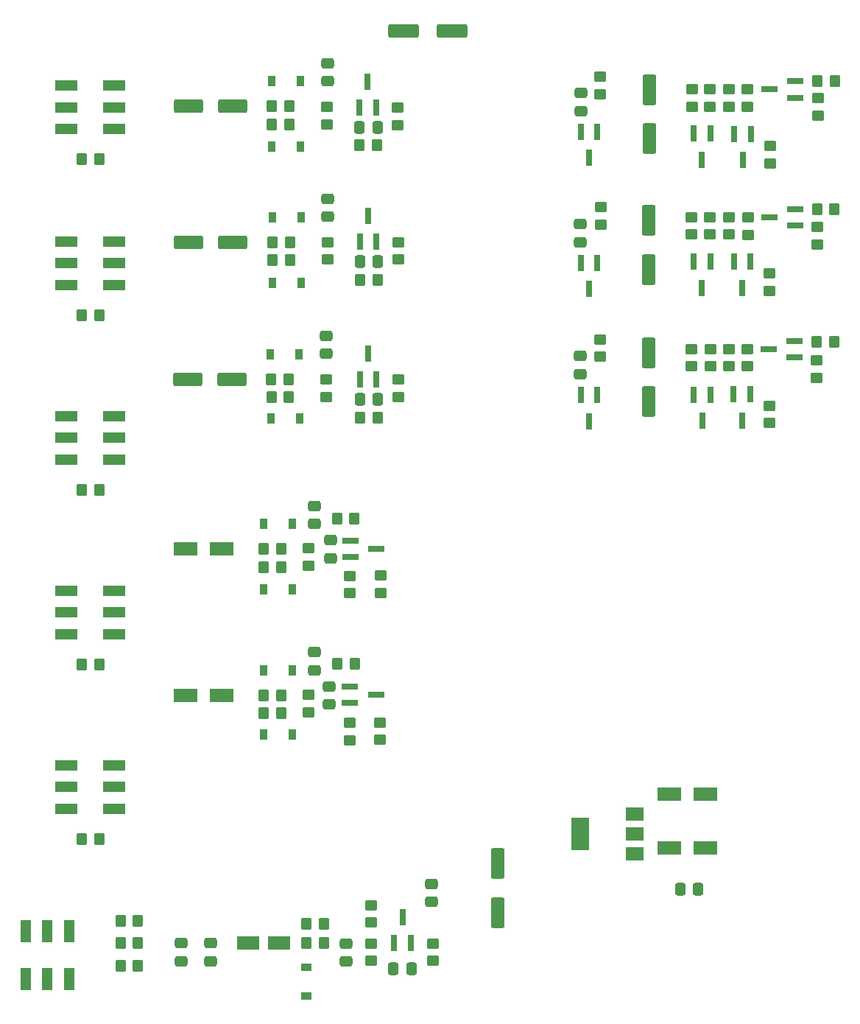
<source format=gbr>
%TF.GenerationSoftware,KiCad,Pcbnew,6.0.7-f9a2dced07~116~ubuntu22.04.1*%
%TF.CreationDate,2022-09-15T22:03:01+02:00*%
%TF.ProjectId,rgb-board,7267622d-626f-4617-9264-2e6b69636164,rev?*%
%TF.SameCoordinates,Original*%
%TF.FileFunction,Paste,Top*%
%TF.FilePolarity,Positive*%
%FSLAX46Y46*%
G04 Gerber Fmt 4.6, Leading zero omitted, Abs format (unit mm)*
G04 Created by KiCad (PCBNEW 6.0.7-f9a2dced07~116~ubuntu22.04.1) date 2022-09-15 22:03:01*
%MOMM*%
%LPD*%
G01*
G04 APERTURE LIST*
G04 Aperture macros list*
%AMRoundRect*
0 Rectangle with rounded corners*
0 $1 Rounding radius*
0 $2 $3 $4 $5 $6 $7 $8 $9 X,Y pos of 4 corners*
0 Add a 4 corners polygon primitive as box body*
4,1,4,$2,$3,$4,$5,$6,$7,$8,$9,$2,$3,0*
0 Add four circle primitives for the rounded corners*
1,1,$1+$1,$2,$3*
1,1,$1+$1,$4,$5*
1,1,$1+$1,$6,$7*
1,1,$1+$1,$8,$9*
0 Add four rect primitives between the rounded corners*
20,1,$1+$1,$2,$3,$4,$5,0*
20,1,$1+$1,$4,$5,$6,$7,0*
20,1,$1+$1,$6,$7,$8,$9,0*
20,1,$1+$1,$8,$9,$2,$3,0*%
G04 Aperture macros list end*
%ADD10RoundRect,0.250000X-1.137500X-0.550000X1.137500X-0.550000X1.137500X0.550000X-1.137500X0.550000X0*%
%ADD11RoundRect,0.250000X0.337500X0.475000X-0.337500X0.475000X-0.337500X-0.475000X0.337500X-0.475000X0*%
%ADD12RoundRect,0.250000X-0.475000X0.337500X-0.475000X-0.337500X0.475000X-0.337500X0.475000X0.337500X0*%
%ADD13R,1.200000X0.900000*%
%ADD14RoundRect,0.249999X0.350001X0.450001X-0.350001X0.450001X-0.350001X-0.450001X0.350001X-0.450001X0*%
%ADD15RoundRect,0.249999X-0.350001X-0.450001X0.350001X-0.450001X0.350001X0.450001X-0.350001X0.450001X0*%
%ADD16RoundRect,0.249999X-0.450001X0.350001X-0.450001X-0.350001X0.450001X-0.350001X0.450001X0.350001X0*%
%ADD17RoundRect,0.250000X0.475000X-0.337500X0.475000X0.337500X-0.475000X0.337500X-0.475000X-0.337500X0*%
%ADD18R,0.800000X1.900000*%
%ADD19R,2.000000X1.500000*%
%ADD20R,2.000000X3.800000*%
%ADD21R,2.500000X1.200000*%
%ADD22R,0.900000X1.200000*%
%ADD23RoundRect,0.250000X1.412500X0.550000X-1.412500X0.550000X-1.412500X-0.550000X1.412500X-0.550000X0*%
%ADD24RoundRect,0.250000X1.137500X0.550000X-1.137500X0.550000X-1.137500X-0.550000X1.137500X-0.550000X0*%
%ADD25R,1.900000X0.800000*%
%ADD26RoundRect,0.250000X-0.337500X-0.475000X0.337500X-0.475000X0.337500X0.475000X-0.337500X0.475000X0*%
%ADD27RoundRect,0.250000X0.450000X-0.350000X0.450000X0.350000X-0.450000X0.350000X-0.450000X-0.350000X0*%
%ADD28RoundRect,0.250000X0.350000X0.450000X-0.350000X0.450000X-0.350000X-0.450000X0.350000X-0.450000X0*%
%ADD29RoundRect,0.250000X-0.450000X0.350000X-0.450000X-0.350000X0.450000X-0.350000X0.450000X0.350000X0*%
%ADD30RoundRect,0.250000X-0.550000X1.500000X-0.550000X-1.500000X0.550000X-1.500000X0.550000X1.500000X0*%
%ADD31RoundRect,0.250000X0.550000X-1.500000X0.550000X1.500000X-0.550000X1.500000X-0.550000X-1.500000X0*%
%ADD32RoundRect,0.250000X1.050000X0.550000X-1.050000X0.550000X-1.050000X-0.550000X1.050000X-0.550000X0*%
%ADD33R,1.200000X2.500000*%
%ADD34RoundRect,0.250000X-1.500000X-0.550000X1.500000X-0.550000X1.500000X0.550000X-1.500000X0.550000X0*%
G04 APERTURE END LIST*
D10*
%TO.C,C120*%
X144432000Y-132143500D03*
X148557000Y-132143500D03*
%TD*%
D11*
%TO.C,C121*%
X147722500Y-136842500D03*
X145647500Y-136842500D03*
%TD*%
D10*
%TO.C,C122*%
X144432000Y-125920500D03*
X148557000Y-125920500D03*
%TD*%
D11*
%TO.C,C205*%
X114766000Y-145986500D03*
X112691000Y-145986500D03*
%TD*%
D12*
%TO.C,C206*%
X117094000Y-136249500D03*
X117094000Y-138324500D03*
%TD*%
D13*
%TO.C,D201*%
X102679500Y-145797000D03*
X102679500Y-149097000D03*
%TD*%
D14*
%TO.C,R1*%
X83296000Y-143065500D03*
X81296000Y-143065500D03*
%TD*%
D15*
%TO.C,R2*%
X81296000Y-145669000D03*
X83296000Y-145669000D03*
%TD*%
D14*
%TO.C,R3*%
X83296000Y-140525500D03*
X81296000Y-140525500D03*
%TD*%
%TO.C,R202*%
X104679500Y-143065500D03*
X102679500Y-143065500D03*
%TD*%
D16*
%TO.C,R203*%
X110109000Y-138700000D03*
X110109000Y-140700000D03*
%TD*%
%TO.C,R205*%
X117221000Y-143097500D03*
X117221000Y-145097500D03*
%TD*%
D17*
%TO.C,C201*%
X88281000Y-145134500D03*
X88281000Y-143059500D03*
%TD*%
%TO.C,C202*%
X91681000Y-145134500D03*
X91681000Y-143059500D03*
%TD*%
D16*
%TO.C,R204*%
X110109000Y-143081500D03*
X110109000Y-145081500D03*
%TD*%
D17*
%TO.C,C204*%
X107251500Y-145182500D03*
X107251500Y-143107500D03*
%TD*%
D18*
%TO.C,Q201*%
X112778500Y-143041500D03*
X114678500Y-143041500D03*
X113728500Y-140041500D03*
%TD*%
D19*
%TO.C,U1*%
X140437000Y-132792500D03*
X140437000Y-130492500D03*
D20*
X134137000Y-130492500D03*
D19*
X140437000Y-128192500D03*
%TD*%
D15*
%TO.C,R143*%
X76851000Y-110998000D03*
X78851000Y-110998000D03*
%TD*%
%TO.C,R101*%
X76851000Y-52959000D03*
X78851000Y-52959000D03*
%TD*%
%TO.C,R115*%
X76851000Y-70866000D03*
X78851000Y-70866000D03*
%TD*%
D14*
%TO.C,R152*%
X78851000Y-131064000D03*
X76851000Y-131064000D03*
%TD*%
%TO.C,R129*%
X78851000Y-90932000D03*
X76851000Y-90932000D03*
%TD*%
D21*
%TO.C,SW143*%
X80601000Y-107529000D03*
X80601000Y-105029000D03*
X80601000Y-102529000D03*
X75101000Y-107529000D03*
X75101000Y-105029000D03*
X75101000Y-102529000D03*
%TD*%
%TO.C,SW105*%
X80601000Y-67397000D03*
X80601000Y-64897000D03*
X80601000Y-62397000D03*
X75101000Y-67397000D03*
X75101000Y-64897000D03*
X75101000Y-62397000D03*
%TD*%
%TO.C,SW129*%
X80601000Y-87463000D03*
X80601000Y-84963000D03*
X80601000Y-82463000D03*
X75101000Y-87463000D03*
X75101000Y-84963000D03*
X75101000Y-82463000D03*
%TD*%
%TO.C,SW101*%
X80601000Y-49490000D03*
X80601000Y-46990000D03*
X80601000Y-44490000D03*
X75101000Y-49490000D03*
X75101000Y-46990000D03*
X75101000Y-44490000D03*
%TD*%
%TO.C,SW152*%
X80601000Y-127595000D03*
X80601000Y-125095000D03*
X80601000Y-122595000D03*
X75101000Y-127595000D03*
X75101000Y-125095000D03*
X75101000Y-122595000D03*
%TD*%
D15*
%TO.C,R156*%
X106251500Y-110934500D03*
X108251500Y-110934500D03*
%TD*%
D18*
%TO.C,Q101*%
X108778000Y-47029500D03*
X110678000Y-47029500D03*
X109728000Y-44029500D03*
%TD*%
D22*
%TO.C,D107*%
X101027500Y-94869000D03*
X97727500Y-94869000D03*
%TD*%
D16*
%TO.C,R127*%
X113220500Y-62500000D03*
X113220500Y-64500000D03*
%TD*%
D22*
%TO.C,D103*%
X102043500Y-59626500D03*
X98743500Y-59626500D03*
%TD*%
D16*
%TO.C,R106*%
X105029000Y-46981500D03*
X105029000Y-48981500D03*
%TD*%
D14*
%TO.C,R132*%
X100631500Y-78232000D03*
X98631500Y-78232000D03*
%TD*%
D16*
%TO.C,R107*%
X161467800Y-47964600D03*
X161467800Y-45964600D03*
%TD*%
D22*
%TO.C,D108*%
X97740200Y-102387400D03*
X101040200Y-102387400D03*
%TD*%
D12*
%TO.C,C117*%
X104965500Y-73236000D03*
X104965500Y-75311000D03*
%TD*%
D16*
%TO.C,R158*%
X107670600Y-117754400D03*
X107670600Y-119754400D03*
%TD*%
D14*
%TO.C,R118*%
X100758500Y-62484000D03*
X98758500Y-62484000D03*
%TD*%
%TO.C,R146*%
X99742500Y-97726500D03*
X97742500Y-97726500D03*
%TD*%
D23*
%TO.C,C103*%
X94104500Y-78232000D03*
X89029500Y-78232000D03*
%TD*%
D22*
%TO.C,D109*%
X101027500Y-111696500D03*
X97727500Y-111696500D03*
%TD*%
D12*
%TO.C,C114*%
X105092500Y-41910000D03*
X105092500Y-43985000D03*
%TD*%
D14*
%TO.C,R104*%
X100695000Y-46881500D03*
X98695000Y-46881500D03*
%TD*%
D15*
%TO.C,R147*%
X106204000Y-94234000D03*
X108204000Y-94234000D03*
%TD*%
%TO.C,R114*%
X161433000Y-43942000D03*
X163433000Y-43942000D03*
%TD*%
D24*
%TO.C,C104*%
X92931000Y-97726500D03*
X88806000Y-97726500D03*
%TD*%
D22*
%TO.C,D101*%
X101980000Y-44005500D03*
X98680000Y-44005500D03*
%TD*%
D24*
%TO.C,C105*%
X92931000Y-114554000D03*
X88806000Y-114554000D03*
%TD*%
D15*
%TO.C,R142*%
X161331400Y-73914000D03*
X163331400Y-73914000D03*
%TD*%
D18*
%TO.C,Q105*%
X108841500Y-62460000D03*
X110741500Y-62460000D03*
X109791500Y-59460000D03*
%TD*%
D12*
%TO.C,C116*%
X105092500Y-57509500D03*
X105092500Y-59584500D03*
%TD*%
D22*
%TO.C,D104*%
X98756200Y-67157600D03*
X102056200Y-67157600D03*
%TD*%
D16*
%TO.C,R135*%
X161315400Y-76063600D03*
X161315400Y-78063600D03*
%TD*%
%TO.C,R121*%
X161391600Y-60772800D03*
X161391600Y-62772800D03*
%TD*%
D25*
%TO.C,Q113*%
X107720000Y-96776500D03*
X107720000Y-98676500D03*
X110720000Y-97726500D03*
%TD*%
D22*
%TO.C,D102*%
X98680000Y-51536600D03*
X101980000Y-51536600D03*
%TD*%
D15*
%TO.C,R128*%
X161382200Y-58674000D03*
X163382200Y-58674000D03*
%TD*%
D22*
%TO.C,D106*%
X98603800Y-82778600D03*
X101903800Y-82778600D03*
%TD*%
D14*
%TO.C,R133*%
X110845600Y-82651600D03*
X108845600Y-82651600D03*
%TD*%
D22*
%TO.C,D110*%
X97740200Y-119100600D03*
X101040200Y-119100600D03*
%TD*%
D16*
%TO.C,R148*%
X102936800Y-97679000D03*
X102936800Y-99679000D03*
%TD*%
D12*
%TO.C,C119*%
X103632000Y-109601000D03*
X103632000Y-111676000D03*
%TD*%
D14*
%TO.C,R155*%
X99742500Y-114554000D03*
X97742500Y-114554000D03*
%TD*%
D23*
%TO.C,C102*%
X94231500Y-62484000D03*
X89156500Y-62484000D03*
%TD*%
D16*
%TO.C,R141*%
X113207800Y-78273400D03*
X113207800Y-80273400D03*
%TD*%
D22*
%TO.C,D105*%
X101853000Y-75374500D03*
X98553000Y-75374500D03*
%TD*%
D16*
%TO.C,R120*%
X105092500Y-62500000D03*
X105092500Y-64500000D03*
%TD*%
%TO.C,R113*%
X113157000Y-47031400D03*
X113157000Y-49031400D03*
%TD*%
D18*
%TO.C,Q109*%
X108828800Y-78284200D03*
X110728800Y-78284200D03*
X109778800Y-75284200D03*
%TD*%
D25*
%TO.C,Q114*%
X107694600Y-113565900D03*
X107694600Y-115465900D03*
X110694600Y-114515900D03*
%TD*%
D16*
%TO.C,R149*%
X107696000Y-100854000D03*
X107696000Y-102854000D03*
%TD*%
D12*
%TO.C,C118*%
X103632000Y-92794000D03*
X103632000Y-94869000D03*
%TD*%
D16*
%TO.C,R134*%
X104963000Y-78272500D03*
X104963000Y-80272500D03*
%TD*%
D23*
%TO.C,C101*%
X94168000Y-46863000D03*
X89093000Y-46863000D03*
%TD*%
D16*
%TO.C,R157*%
X102946200Y-114544600D03*
X102946200Y-116544600D03*
%TD*%
D14*
%TO.C,R119*%
X110839000Y-66852800D03*
X108839000Y-66852800D03*
%TD*%
%TO.C,R105*%
X110778800Y-51371500D03*
X108778800Y-51371500D03*
%TD*%
D26*
%TO.C,C106*%
X108779400Y-49276000D03*
X110854400Y-49276000D03*
%TD*%
%TO.C,C108*%
X108817500Y-64719200D03*
X110892500Y-64719200D03*
%TD*%
D27*
%TO.C,R108*%
X136474200Y-45500800D03*
X136474200Y-43500800D03*
%TD*%
D26*
%TO.C,C110*%
X108817500Y-80543400D03*
X110892500Y-80543400D03*
%TD*%
D18*
%TO.C,Q102*%
X136128800Y-49808000D03*
X134228800Y-49808000D03*
X135178800Y-52808000D03*
%TD*%
D12*
%TO.C,C112*%
X105435400Y-96752500D03*
X105435400Y-98827500D03*
%TD*%
%TO.C,C113*%
X105308400Y-113541900D03*
X105308400Y-115616900D03*
%TD*%
D17*
%TO.C,C124*%
X134213600Y-47417900D03*
X134213600Y-45342900D03*
%TD*%
%TO.C,C125*%
X134200900Y-62484000D03*
X134200900Y-60409000D03*
%TD*%
%TO.C,C126*%
X134188200Y-77669300D03*
X134188200Y-75594300D03*
%TD*%
D18*
%TO.C,Q106*%
X136116100Y-64857500D03*
X134216100Y-64857500D03*
X135166100Y-67857500D03*
%TD*%
%TO.C,Q107*%
X149108200Y-64743200D03*
X147208200Y-64743200D03*
X148158200Y-67743200D03*
%TD*%
%TO.C,Q108*%
X153756400Y-64743200D03*
X151856400Y-64743200D03*
X152806400Y-67743200D03*
%TD*%
%TO.C,Q110*%
X136103400Y-80084800D03*
X134203400Y-80084800D03*
X135153400Y-83084800D03*
%TD*%
%TO.C,Q111*%
X149133600Y-80034000D03*
X147233600Y-80034000D03*
X148183600Y-83034000D03*
%TD*%
%TO.C,Q112*%
X153705600Y-79983200D03*
X151805600Y-79983200D03*
X152755600Y-82983200D03*
%TD*%
D25*
%TO.C,Q116*%
X158903800Y-60589200D03*
X158903800Y-58689200D03*
X155903800Y-59639200D03*
%TD*%
%TO.C,Q117*%
X158802200Y-75753000D03*
X158802200Y-73853000D03*
X155802200Y-74803000D03*
%TD*%
D28*
%TO.C,R103*%
X100695000Y-48996600D03*
X98695000Y-48996600D03*
%TD*%
%TO.C,R117*%
X100771200Y-64592200D03*
X98771200Y-64592200D03*
%TD*%
D27*
%TO.C,R122*%
X136499600Y-60486800D03*
X136499600Y-58486800D03*
%TD*%
%TO.C,R123*%
X153433400Y-61639200D03*
X153433400Y-59639200D03*
%TD*%
%TO.C,R125*%
X149090000Y-61613800D03*
X149090000Y-59613800D03*
%TD*%
%TO.C,R126*%
X151249000Y-61613800D03*
X151249000Y-59613800D03*
%TD*%
D28*
%TO.C,R131*%
X100644200Y-80340200D03*
X98644200Y-80340200D03*
%TD*%
D27*
%TO.C,R136*%
X136448800Y-75676000D03*
X136448800Y-73676000D03*
%TD*%
%TO.C,R137*%
X153390600Y-76768200D03*
X153390600Y-74768200D03*
%TD*%
%TO.C,R139*%
X149148800Y-76768200D03*
X149148800Y-74768200D03*
%TD*%
%TO.C,R140*%
X151282400Y-76768200D03*
X151282400Y-74768200D03*
%TD*%
D28*
%TO.C,R145*%
X99780600Y-99847400D03*
X97780600Y-99847400D03*
%TD*%
D29*
%TO.C,R151*%
X111175800Y-100828600D03*
X111175800Y-102828600D03*
%TD*%
D28*
%TO.C,R154*%
X99755200Y-116586000D03*
X97755200Y-116586000D03*
%TD*%
D29*
%TO.C,R160*%
X111150400Y-117694200D03*
X111150400Y-119694200D03*
%TD*%
D27*
%TO.C,R162*%
X155956000Y-68106800D03*
X155956000Y-66106800D03*
%TD*%
%TO.C,R163*%
X155930600Y-83296000D03*
X155930600Y-81296000D03*
%TD*%
D29*
%TO.C,R165*%
X146931000Y-59613800D03*
X146931000Y-61613800D03*
%TD*%
%TO.C,R166*%
X146913600Y-74768200D03*
X146913600Y-76768200D03*
%TD*%
D28*
%TO.C,R201*%
X104682800Y-140830300D03*
X102682800Y-140830300D03*
%TD*%
D29*
%TO.C,R164*%
X146989800Y-44923200D03*
X146989800Y-46923200D03*
%TD*%
D27*
%TO.C,R161*%
X155981400Y-53425600D03*
X155981400Y-51425600D03*
%TD*%
D18*
%TO.C,Q104*%
X153781800Y-50062000D03*
X151881800Y-50062000D03*
X152831800Y-53062000D03*
%TD*%
%TO.C,Q103*%
X149108200Y-50011200D03*
X147208200Y-50011200D03*
X148158200Y-53011200D03*
%TD*%
D25*
%TO.C,Q115*%
X158903800Y-45882600D03*
X158903800Y-43982600D03*
X155903800Y-44932600D03*
%TD*%
D27*
%TO.C,R109*%
X153390600Y-46923200D03*
X153390600Y-44923200D03*
%TD*%
%TO.C,R112*%
X151257000Y-46923200D03*
X151257000Y-44923200D03*
%TD*%
%TO.C,R111*%
X149098000Y-46923200D03*
X149098000Y-44923200D03*
%TD*%
D30*
%TO.C,C109*%
X142011400Y-60014200D03*
X142011400Y-65614200D03*
%TD*%
%TO.C,C111*%
X142036800Y-75203400D03*
X142036800Y-80803400D03*
%TD*%
D31*
%TO.C,C207*%
X124714000Y-139528200D03*
X124714000Y-133928200D03*
%TD*%
D32*
%TO.C,C203*%
X99564600Y-143027400D03*
X95964600Y-143027400D03*
%TD*%
D33*
%TO.C,SW10*%
X75398000Y-141647800D03*
X72898000Y-141647800D03*
X70398000Y-141647800D03*
X75398000Y-147147800D03*
X72898000Y-147147800D03*
X70398000Y-147147800D03*
%TD*%
D34*
%TO.C,C115*%
X113862200Y-38252400D03*
X119462200Y-38252400D03*
%TD*%
D30*
%TO.C,C107*%
X142087600Y-44977400D03*
X142087600Y-50577400D03*
%TD*%
M02*

</source>
